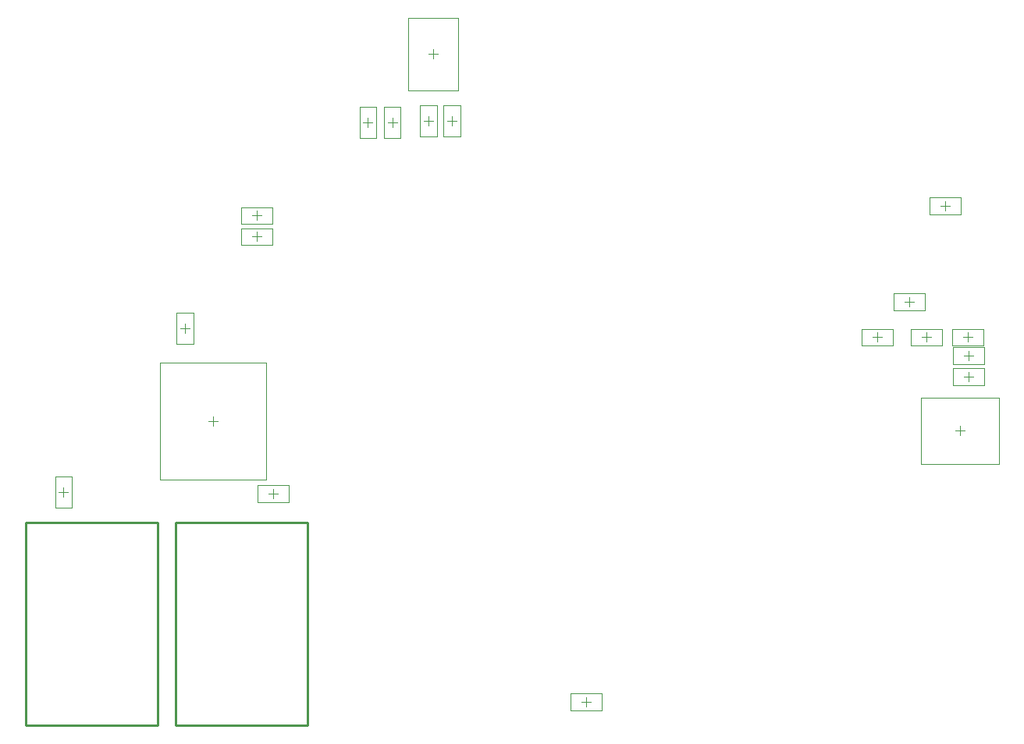
<source format=gbr>
%TF.GenerationSoftware,Altium Limited,Altium Designer,19.1.8 (144)*%
G04 Layer_Color=32768*
%FSLAX26Y26*%
%MOIN*%
%TF.FileFunction,Other,Mechanical_15*%
%TF.Part,Single*%
G01*
G75*
%TA.AperFunction,NonConductor*%
%ADD34C,0.010000*%
%ADD55C,0.003937*%
%ADD56C,0.001968*%
D34*
X268583Y-8583D02*
Y431417D01*
Y-8583D02*
X833583D01*
Y856417D01*
X268583D02*
X833583D01*
X268583Y426417D02*
Y856417D01*
X908583Y-8583D02*
Y431417D01*
Y-8583D02*
X1473583D01*
Y856417D01*
X908583D02*
X1473583D01*
X908583Y426417D02*
Y856417D01*
D55*
X4240315Y1250000D02*
X4279685D01*
X4260000Y1230315D02*
Y1269685D01*
X1835000Y2546732D02*
Y2586102D01*
X1815315Y2566417D02*
X1854685D01*
X1050315Y1290000D02*
X1089685D01*
X1070000Y1270315D02*
Y1309685D01*
X2010000Y2840315D02*
Y2879685D01*
X1990315Y2860000D02*
X2029685D01*
X1236732Y2170000D02*
X1276102D01*
X1256417Y2150315D02*
Y2189685D01*
X1236732Y2080000D02*
X1276102D01*
X1256417Y2060315D02*
Y2099685D01*
X1730000Y2546732D02*
Y2586102D01*
X1710315Y2566417D02*
X1749685D01*
X430001Y966732D02*
Y1006102D01*
X410316Y986417D02*
X449686D01*
X4096732Y1650000D02*
X4136102D01*
X4116417Y1630315D02*
Y1669685D01*
X3886732Y1650001D02*
X3926102D01*
X3906417Y1630316D02*
Y1669686D01*
X4273898Y1649999D02*
X4313269D01*
X4293583Y1630314D02*
Y1669684D01*
X930315Y1686417D02*
X969685D01*
X950000Y1666732D02*
Y1706102D01*
X1326417Y960316D02*
Y999686D01*
X1306732Y980001D02*
X1346102D01*
X2663582Y70314D02*
Y109684D01*
X2643897Y89999D02*
X2683267D01*
X4196417Y2190316D02*
Y2229686D01*
X4176732Y2210001D02*
X4216102D01*
X4296417Y1550314D02*
Y1589684D01*
X4276732Y1569999D02*
X4316102D01*
X4296417Y1460314D02*
Y1499684D01*
X4276732Y1479999D02*
X4316102D01*
X4043584Y1780316D02*
Y1819686D01*
X4023899Y1800001D02*
X4063269D01*
X2070316Y2573583D02*
X2109686D01*
X2090001Y2553898D02*
Y2593268D01*
X1970316Y2573583D02*
X2009686D01*
X1990001Y2553898D02*
Y2593268D01*
D56*
X4092677Y1108268D02*
Y1391732D01*
X4427323Y1108268D02*
Y1391732D01*
X4092677D02*
X4427323D01*
X4092677Y1108268D02*
X4427323D01*
X1799567Y2633346D02*
X1870433D01*
X1799567Y2499488D02*
X1870433D01*
Y2633346D01*
X1799567Y2499488D02*
Y2633346D01*
X843622Y1039016D02*
Y1540984D01*
X1296378Y1039016D02*
Y1540984D01*
X843622Y1039016D02*
X1296378D01*
X843622Y1540984D02*
X1296378D01*
X1903701Y3015512D02*
X2116299D01*
X1903701Y2704488D02*
X2116299D01*
Y3015512D01*
X1903701Y2704488D02*
Y3015512D01*
X1323346Y2134567D02*
Y2205433D01*
X1189488Y2134567D02*
Y2205433D01*
X1323346D01*
X1189488Y2134567D02*
X1323346D01*
Y2044567D02*
Y2115433D01*
X1189488Y2044567D02*
Y2115433D01*
X1323346D01*
X1189488Y2044567D02*
X1323346D01*
X1694567Y2499488D02*
X1765433D01*
X1694567Y2633346D02*
X1765433D01*
X1694567Y2499488D02*
Y2633346D01*
X1765433Y2499488D02*
Y2633346D01*
X394568Y919488D02*
X465434D01*
X394568Y1053347D02*
X465434D01*
X394568Y919488D02*
Y1053347D01*
X465434Y919488D02*
Y1053347D01*
X4049488Y1614567D02*
Y1685433D01*
X4183346Y1614567D02*
Y1685433D01*
X4049488D02*
X4183346D01*
X4049488Y1614567D02*
X4183346D01*
X3839488Y1614568D02*
Y1685434D01*
X3973346Y1614568D02*
Y1685434D01*
X3839488D02*
X3973346D01*
X3839488Y1614568D02*
X3973346D01*
X4226654Y1614566D02*
Y1685432D01*
X4360513Y1614566D02*
Y1685432D01*
X4226654D02*
X4360513D01*
X4226654Y1614566D02*
X4360513D01*
X987402Y1619488D02*
Y1753347D01*
X912598Y1619488D02*
Y1753347D01*
X987402D01*
X912598Y1619488D02*
X987402D01*
X1259488Y1017402D02*
X1393346D01*
X1259488Y942599D02*
X1393346D01*
X1259488D02*
Y1017402D01*
X1393346Y942599D02*
Y1017402D01*
X2596653Y127401D02*
X2730511D01*
X2596653Y52598D02*
X2730511D01*
X2596653D02*
Y127401D01*
X2730511Y52598D02*
Y127401D01*
X4129488Y2172599D02*
X4263346D01*
X4129488Y2247402D02*
X4263346D01*
Y2172599D02*
Y2247402D01*
X4129488Y2172599D02*
Y2247402D01*
X4229488Y1532598D02*
X4363347D01*
X4229488Y1607401D02*
X4363347D01*
Y1532598D02*
Y1607401D01*
X4229488Y1532598D02*
Y1607401D01*
X4229488Y1442598D02*
X4363346D01*
X4229488Y1517401D02*
X4363346D01*
Y1442598D02*
Y1517401D01*
X4229488Y1442598D02*
Y1517401D01*
X3976655Y1837402D02*
X4110513D01*
X3976655Y1762599D02*
X4110513D01*
X3976655D02*
Y1837402D01*
X4110513Y1762599D02*
Y1837402D01*
X2052599Y2506654D02*
Y2640512D01*
X2127402Y2506654D02*
Y2640512D01*
X2052599Y2506654D02*
X2127402D01*
X2052599Y2640512D02*
X2127402D01*
X1952599Y2506653D02*
Y2640512D01*
X2027402Y2506653D02*
Y2640512D01*
X1952599Y2506653D02*
X2027402D01*
X1952599Y2640512D02*
X2027402D01*
%TF.MD5,bb4c00dd1ee130ab2d2391c96ad39453*%
M02*

</source>
